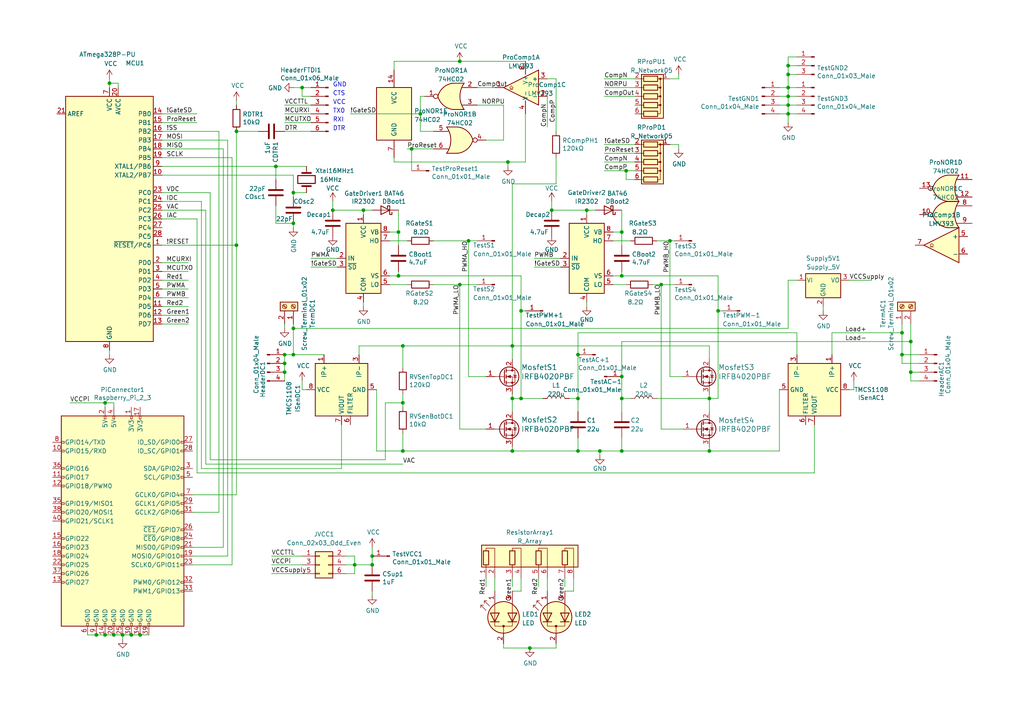
<source format=kicad_sch>
(kicad_sch (version 20230121) (generator eeschema)
  (paper "A4")
  (title_block (title "AtInverter") (rev "1"))
  (junction (at 96.52 60.96))
  (junction (at 85.09 102.87))
  (junction (at 153.67 187.96))
  (junction (at 181.61 49.53))
  (junction (at 191.77 82.55))
  (junction (at 116.84 100.33))
  (junction (at 180.34 80.01))
  (junction (at 133.35 17.78))
  (junction (at 68.58 71.12))
  (junction (at 105.41 60.96))
  (junction (at 116.84 116.84))
  (junction (at 264.16 107.95))
  (junction (at 228.6 19.05))
  (junction (at 82.55 105.41))
  (junction (at 119.38 43.18))
  (junction (at 228.6 33.02))
  (junction (at 208.28 90.17))
  (junction (at 135.89 69.85))
  (junction (at 85.09 95.25))
  (junction (at 38.1 184.15))
  (junction (at 148.59 130.81))
  (junction (at 107.95 161.29))
  (junction (at 85.09 55.88))
  (junction (at 151.13 115.57))
  (junction (at 173.99 130.81))
  (junction (at 151.13 90.17))
  (junction (at 115.57 67.31))
  (junction (at 167.64 102.87))
  (junction (at 33.02 184.15))
  (junction (at 107.95 163.83))
  (junction (at 102.87 163.83))
  (junction (at 82.55 102.87))
  (junction (at 133.35 82.55))
  (junction (at 228.6 30.48))
  (junction (at 85.09 64.77))
  (junction (at 228.6 25.4))
  (junction (at 160.02 60.96))
  (junction (at 180.34 130.81))
  (junction (at 80.01 48.26))
  (junction (at 148.59 100.33))
  (junction (at 116.84 130.81))
  (junction (at 205.74 115.57))
  (junction (at 30.48 184.15))
  (junction (at 264.16 99.06))
  (junction (at 228.6 21.59))
  (junction (at 261.62 102.87))
  (junction (at 87.63 25.4))
  (junction (at 115.57 80.01))
  (junction (at 205.74 130.81))
  (junction (at 68.58 38.1))
  (junction (at 180.34 67.31))
  (junction (at 180.34 115.57))
  (junction (at 170.18 60.96))
  (junction (at 167.64 115.57))
  (junction (at 261.62 96.52))
  (junction (at 31.75 24.13))
  (junction (at 121.92 33.02))
  (junction (at 35.56 184.15))
  (junction (at 180.34 109.22))
  (junction (at 27.94 184.15))
  (junction (at 30.48 116.84))
  (junction (at 148.59 115.57))
  (junction (at 147.32 46.99))
  (junction (at 167.64 130.81))
  (junction (at 82.55 107.95))
  (junction (at 194.31 69.85))
  (junction (at 228.6 27.94))
  (junction (at 40.64 184.15))
  (wire (pts (xy 184.15 52.07) (xy 181.61 52.07)))
  (wire (pts (xy 148.59 53.34) (xy 148.59 100.33)))
  (wire (pts (xy 226.06 113.03) (xy 226.06 130.81)))
  (wire (pts (xy 173.99 130.81) (xy 173.99 132.08)))
  (wire (pts (xy 228.6 27.94) (xy 231.14 27.94)))
  (wire (pts (xy 228.6 21.59) (xy 228.6 25.4)))
  (wire (pts (xy 85.09 50.8) (xy 85.09 55.88)))
  (wire (pts (xy 135.89 69.85) (xy 135.89 109.22)))
  (wire (pts (xy 60.96 55.88) (xy 46.99 55.88)))
  (wire (pts (xy 78.74 163.83) (xy 87.63 163.83)))
  (wire (pts (xy 82.55 35.56) (xy 90.17 35.56)))
  (wire (pts (xy 82.55 38.1) (xy 90.17 38.1)))
  (wire (pts (xy 116.84 100.33) (xy 148.59 100.33)))
  (wire (pts (xy 80.01 48.26) (xy 80.01 52.07)))
  (wire (pts (xy 34.29 25.4) (xy 34.29 24.13)))
  (wire (pts (xy 156.21 167.64) (xy 156.21 170.18)))
  (wire (pts (xy 55.88 148.59) (xy 63.5 148.59)))
  (wire (pts (xy 181.61 49.53) (xy 181.61 52.07)))
  (wire (pts (xy 264.16 107.95) (xy 264.16 110.49)))
  (wire (pts (xy 85.09 93.98) (xy 85.09 95.25)))
  (wire (pts (xy 175.26 46.99) (xy 184.15 46.99)))
  (wire (pts (xy 68.58 29.21) (xy 68.58 30.48)))
  (wire (pts (xy 208.28 115.57) (xy 205.74 115.57)))
  (wire (pts (xy 114.3 46.99) (xy 147.32 46.99)))
  (wire (pts (xy 102.87 163.83) (xy 107.95 163.83)))
  (wire (pts (xy 30.48 116.84) (xy 30.48 118.11)))
  (wire (pts (xy 31.75 102.87) (xy 31.75 101.6)))
  (wire (pts (xy 167.64 127) (xy 167.64 130.81)))
  (wire (pts (xy 58.42 135.89) (xy 99.06 135.89)))
  (wire (pts (xy 175.26 22.86) (xy 184.15 22.86)))
  (wire (pts (xy 46.99 93.98) (xy 54.61 93.98)))
  (wire (pts (xy 64.77 43.18) (xy 46.99 43.18)))
  (wire (pts (xy 228.6 33.02) (xy 231.14 33.02)))
  (wire (pts (xy 46.99 50.8) (xy 85.09 50.8)))
  (wire (pts (xy 90.17 27.94) (xy 87.63 27.94)))
  (wire (pts (xy 119.38 43.18) (xy 119.38 49.53)))
  (wire (pts (xy 195.58 69.85) (xy 194.31 69.85)))
  (wire (pts (xy 133.35 82.55) (xy 138.43 82.55)))
  (wire (pts (xy 231.14 16.51) (xy 228.6 16.51)))
  (wire (pts (xy 46.99 91.44) (xy 54.61 91.44)))
  (wire (pts (xy 148.59 129.54) (xy 148.59 130.81)))
  (wire (pts (xy 161.29 186.69) (xy 161.29 187.96)))
  (wire (pts (xy 27.94 184.15) (xy 30.48 184.15)))
  (wire (pts (xy 208.28 90.17) (xy 208.28 115.57)))
  (wire (pts (xy 107.95 171.45) (xy 107.95 172.72)))
  (wire (pts (xy 261.62 96.52) (xy 241.3 96.52)))
  (wire (pts (xy 208.28 90.17) (xy 209.55 90.17)))
  (wire (pts (xy 175.26 44.45) (xy 184.15 44.45)))
  (wire (pts (xy 228.6 81.28) (xy 228.6 95.25)))
  (wire (pts (xy 151.13 80.01) (xy 151.13 90.17)))
  (wire (pts (xy 114.3 17.78) (xy 133.35 17.78)))
  (wire (pts (xy 191.77 82.55) (xy 195.58 82.55)))
  (wire (pts (xy 46.99 71.12) (xy 68.58 71.12)))
  (wire (pts (xy 34.29 24.13) (xy 31.75 24.13)))
  (wire (pts (xy 115.57 67.31) (xy 115.57 60.96)))
  (wire (pts (xy 177.8 67.31) (xy 180.34 67.31)))
  (wire (pts (xy 87.63 113.03) (xy 88.9 113.03)))
  (wire (pts (xy 180.34 67.31) (xy 180.34 60.96)))
  (wire (pts (xy 175.26 27.94) (xy 184.15 27.94)))
  (wire (pts (xy 99.06 123.19) (xy 99.06 135.89)))
  (wire (pts (xy 151.13 167.64) (xy 151.13 171.45)))
  (wire (pts (xy 46.99 88.9) (xy 54.61 88.9)))
  (wire (pts (xy 82.55 102.87) (xy 85.09 102.87)))
  (wire (pts (xy 247.65 113.03) (xy 246.38 113.03)))
  (wire (pts (xy 80.01 48.26) (xy 88.9 48.26)))
  (wire (pts (xy 82.55 33.02) (xy 90.17 33.02)))
  (wire (pts (xy 154.94 77.47) (xy 162.56 77.47)))
  (wire (pts (xy 264.16 110.49) (xy 266.7 110.49)))
  (wire (pts (xy 205.74 114.3) (xy 205.74 115.57)))
  (wire (pts (xy 125.73 69.85) (xy 135.89 69.85)))
  (wire (pts (xy 111.76 116.84) (xy 116.84 116.84)))
  (wire (pts (xy 158.75 22.86) (xy 161.29 22.86)))
  (wire (pts (xy 105.41 60.96) (xy 107.95 60.96)))
  (wire (pts (xy 118.11 43.18) (xy 119.38 43.18)))
  (wire (pts (xy 261.62 96.52) (xy 261.62 102.87)))
  (wire (pts (xy 121.92 27.94) (xy 121.92 33.02)))
  (wire (pts (xy 55.88 163.83) (xy 67.31 163.83)))
  (wire (pts (xy 113.03 69.85) (xy 118.11 69.85)))
  (wire (pts (xy 228.6 25.4) (xy 228.6 27.94)))
  (wire (pts (xy 177.8 69.85) (xy 182.88 69.85)))
  (wire (pts (xy 85.09 55.88) (xy 88.9 55.88)))
  (wire (pts (xy 167.64 130.81) (xy 173.99 130.81)))
  (wire (pts (xy 191.77 82.55) (xy 191.77 124.46)))
  (wire (pts (xy 119.38 43.18) (xy 125.73 43.18)))
  (wire (pts (xy 80.01 64.77) (xy 85.09 64.77)))
  (wire (pts (xy 102.87 163.83) (xy 102.87 166.37)))
  (wire (pts (xy 189.23 82.55) (xy 191.77 82.55)))
  (wire (pts (xy 105.41 60.96) (xy 105.41 62.23)))
  (wire (pts (xy 105.41 88.9) (xy 105.41 87.63)))
  (wire (pts (xy 58.42 58.42) (xy 58.42 135.89)))
  (wire (pts (xy 107.95 161.29) (xy 107.95 158.75)))
  (wire (pts (xy 85.09 55.88) (xy 85.09 57.15)))
  (wire (pts (xy 133.35 82.55) (xy 133.35 124.46)))
  (wire (pts (xy 238.76 88.9) (xy 238.76 90.17)))
  (wire (pts (xy 228.6 30.48) (xy 228.6 33.02)))
  (wire (pts (xy 151.13 171.45) (xy 148.59 171.45)))
  (wire (pts (xy 31.75 24.13) (xy 31.75 25.4)))
  (wire (pts (xy 264.16 93.98) (xy 264.16 99.06)))
  (wire (pts (xy 66.04 161.29) (xy 66.04 40.64)))
  (wire (pts (xy 226.06 25.4) (xy 228.6 25.4)))
  (wire (pts (xy 104.14 100.33) (xy 116.84 100.33)))
  (wire (pts (xy 151.13 90.17) (xy 151.13 115.57)))
  (wire (pts (xy 205.74 129.54) (xy 205.74 130.81)))
  (wire (pts (xy 170.18 88.9) (xy 170.18 87.63)))
  (wire (pts (xy 85.09 95.25) (xy 85.09 102.87)))
  (wire (pts (xy 25.4 184.15) (xy 27.94 184.15)))
  (wire (pts (xy 261.62 102.87) (xy 266.7 102.87)))
  (wire (pts (xy 113.03 67.31) (xy 115.57 67.31)))
  (wire (pts (xy 205.74 130.81) (xy 226.06 130.81)))
  (wire (pts (xy 109.22 113.03) (xy 109.22 130.81)))
  (wire (pts (xy 90.17 30.48) (xy 82.55 30.48)))
  (wire (pts (xy 180.34 130.81) (xy 205.74 130.81)))
  (wire (pts (xy 148.59 100.33) (xy 148.59 104.14)))
  (wire (pts (xy 167.64 96.52) (xy 231.14 96.52)))
  (wire (pts (xy 82.55 102.87) (xy 82.55 105.41)))
  (wire (pts (xy 35.56 184.15) (xy 38.1 184.15)))
  (wire (pts (xy 181.61 49.53) (xy 184.15 49.53)))
  (wire (pts (xy 148.59 167.64) (xy 148.59 170.18)))
  (wire (pts (xy 226.06 30.48) (xy 228.6 30.48)))
  (wire (pts (xy 228.6 27.94) (xy 228.6 30.48)))
  (wire (pts (xy 31.75 22.86) (xy 31.75 24.13)))
  (wire (pts (xy 114.3 17.78) (xy 114.3 20.32)))
  (wire (pts (xy 46.99 86.36) (xy 54.61 86.36)))
  (wire (pts (xy 96.52 60.96) (xy 105.41 60.96)))
  (wire (pts (xy 55.88 158.75) (xy 64.77 158.75)))
  (wire (pts (xy 60.96 133.35) (xy 60.96 55.88)))
  (wire (pts (xy 228.6 33.02) (xy 228.6 35.56)))
  (wire (pts (xy 231.14 96.52) (xy 231.14 102.87)))
  (wire (pts (xy 40.64 184.15) (xy 43.18 184.15)))
  (wire (pts (xy 264.16 99.06) (xy 264.16 107.95)))
  (wire (pts (xy 241.3 96.52) (xy 241.3 102.87)))
  (wire (pts (xy 194.31 109.22) (xy 198.12 109.22)))
  (wire (pts (xy 148.59 130.81) (xy 167.64 130.81)))
  (wire (pts (xy 152.4 33.02) (xy 152.4 46.99)))
  (wire (pts (xy 135.89 69.85) (xy 138.43 69.85)))
  (wire (pts (xy 180.34 99.06) (xy 180.34 109.22)))
  (wire (pts (xy 46.99 33.02) (xy 57.15 33.02)))
  (wire (pts (xy 90.17 77.47) (xy 97.79 77.47)))
  (wire (pts (xy 68.58 38.1) (xy 68.58 71.12)))
  (wire (pts (xy 152.4 90.17) (xy 151.13 90.17)))
  (wire (pts (xy 90.17 25.4) (xy 87.63 25.4)))
  (wire (pts (xy 87.63 110.49) (xy 87.63 113.03)))
  (wire (pts (xy 194.31 69.85) (xy 194.31 109.22)))
  (wire (pts (xy 116.84 116.84) (xy 116.84 118.11)))
  (wire (pts (xy 116.84 125.73) (xy 116.84 130.81)))
  (wire (pts (xy 115.57 71.12) (xy 115.57 67.31)))
  (wire (pts (xy 173.99 130.81) (xy 180.34 130.81)))
  (wire (pts (xy 46.99 76.2) (xy 54.61 76.2)))
  (wire (pts (xy 113.03 82.55) (xy 118.11 82.55)))
  (wire (pts (xy 121.92 33.02) (xy 121.92 38.1)))
  (wire (pts (xy 104.14 100.33) (xy 104.14 102.87)))
  (wire (pts (xy 116.84 130.81) (xy 148.59 130.81)))
  (wire (pts (xy 116.84 100.33) (xy 116.84 106.68)))
  (wire (pts (xy 64.77 158.75) (xy 64.77 43.18)))
  (wire (pts (xy 60.96 133.35) (xy 111.76 133.35)))
  (wire (pts (xy 228.6 19.05) (xy 231.14 19.05)))
  (wire (pts (xy 146.05 30.48) (xy 146.05 40.64)))
  (wire (pts (xy 96.52 58.42) (xy 96.52 60.96)))
  (wire (pts (xy 264.16 107.95) (xy 266.7 107.95)))
  (wire (pts (xy 82.55 105.41) (xy 82.55 107.95)))
  (wire (pts (xy 158.75 167.64) (xy 158.75 171.45)))
  (wire (pts (xy 115.57 80.01) (xy 151.13 80.01)))
  (wire (pts (xy 68.58 71.12) (xy 68.58 143.51)))
  (wire (pts (xy 180.34 80.01) (xy 208.28 80.01)))
  (wire (pts (xy 66.04 40.64) (xy 46.99 40.64)))
  (wire (pts (xy 160.02 60.96) (xy 170.18 60.96)))
  (wire (pts (xy 161.29 53.34) (xy 148.59 53.34)))
  (wire (pts (xy 261.62 105.41) (xy 266.7 105.41)))
  (wire (pts (xy 175.26 25.4) (xy 184.15 25.4)))
  (wire (pts (xy 82.55 95.25) (xy 82.55 93.98)))
  (wire (pts (xy 67.31 45.72) (xy 46.99 45.72)))
  (wire (pts (xy 190.5 115.57) (xy 205.74 115.57)))
  (wire (pts (xy 123.19 27.94) (xy 121.92 27.94)))
  (wire (pts (xy 87.63 27.94) (xy 87.63 25.4)))
  (wire (pts (xy 236.22 123.19) (xy 236.22 137.16)))
  (wire (pts (xy 196.85 41.91) (xy 194.31 41.91)))
  (wire (pts (xy 175.26 49.53) (xy 181.61 49.53)))
  (wire (pts (xy 46.99 48.26) (xy 80.01 48.26)))
  (wire (pts (xy 46.99 58.42) (xy 58.42 58.42)))
  (wire (pts (xy 261.62 102.87) (xy 261.62 105.41)))
  (wire (pts (xy 82.55 107.95) (xy 82.55 110.49)))
  (wire (pts (xy 180.34 127) (xy 180.34 130.81)))
  (wire (pts (xy 55.88 161.29) (xy 66.04 161.29)))
  (wire (pts (xy 228.6 21.59) (xy 231.14 21.59)))
  (wire (pts (xy 170.18 60.96) (xy 170.18 62.23)))
  (wire (pts (xy 102.87 166.37) (xy 100.33 166.37)))
  (wire (pts (xy 148.59 115.57) (xy 151.13 115.57)))
  (wire (pts (xy 114.3 45.72) (xy 114.3 46.99)))
  (wire (pts (xy 166.37 167.64) (xy 166.37 171.45)))
  (wire (pts (xy 78.74 161.29) (xy 87.63 161.29)))
  (wire (pts (xy 67.31 163.83) (xy 67.31 45.72)))
  (wire (pts (xy 30.48 184.15) (xy 33.02 184.15)))
  (wire (pts (xy 59.69 134.62) (xy 59.69 60.96)))
  (wire (pts (xy 102.87 161.29) (xy 100.33 161.29)))
  (wire (pts (xy 46.99 81.28) (xy 54.61 81.28)))
  (wire (pts (xy 161.29 187.96) (xy 153.67 187.96)))
  (wire (pts (xy 33.02 116.84) (xy 33.02 118.11)))
  (wire (pts (xy 78.74 166.37) (xy 87.63 166.37)))
  (wire (pts (xy 226.06 27.94) (xy 228.6 27.94)))
  (wire (pts (xy 228.6 19.05) (xy 228.6 16.51)))
  (wire (pts (xy 80.01 59.69) (xy 80.01 64.77)))
  (wire (pts (xy 154.94 74.93) (xy 162.56 74.93)))
  (wire (pts (xy 85.09 64.77) (xy 85.09 66.04)))
  (wire (pts (xy 87.63 25.4) (xy 85.09 25.4)))
  (wire (pts (xy 57.15 63.5) (xy 57.15 137.16)))
  (wire (pts (xy 228.6 21.59) (xy 228.6 19.05)))
  (wire (pts (xy 101.6 33.02) (xy 121.92 33.02)))
  (wire (pts (xy 196.85 21.59) (xy 196.85 22.86)))
  (wire (pts (xy 191.77 124.46) (xy 198.12 124.46)))
  (wire (pts (xy 158.75 27.94) (xy 158.75 36.83)))
  (wire (pts (xy 148.59 114.3) (xy 148.59 115.57)))
  (wire (pts (xy 147.32 46.99) (xy 147.32 48.26)))
  (wire (pts (xy 180.34 119.38) (xy 180.34 115.57)))
  (wire (pts (xy 196.85 22.86) (xy 194.31 22.86)))
  (wire (pts (xy 133.35 17.78) (xy 152.4 17.78)))
  (wire (pts (xy 261.62 93.98) (xy 261.62 96.52)))
  (wire (pts (xy 57.15 63.5) (xy 46.99 63.5)))
  (wire (pts (xy 205.74 100.33) (xy 205.74 104.14)))
  (wire (pts (xy 125.73 82.55) (xy 133.35 82.55)))
  (wire (pts (xy 146.05 186.69) (xy 146.05 187.96)))
  (wire (pts (xy 135.89 109.22) (xy 140.97 109.22)))
  (wire (pts (xy 226.06 33.02) (xy 228.6 33.02)))
  (wire (pts (xy 20.32 116.84) (xy 30.48 116.84)))
  (wire (pts (xy 231.14 81.28) (xy 228.6 81.28)))
  (wire (pts (xy 180.34 78.74) (xy 180.34 80.01)))
  (wire (pts (xy 151.13 115.57) (xy 157.48 115.57)))
  (wire (pts (xy 180.34 115.57) (xy 182.88 115.57)))
  (wire (pts (xy 90.17 74.93) (xy 97.79 74.93)))
  (wire (pts (xy 190.5 69.85) (xy 194.31 69.85)))
  (wire (pts (xy 208.28 80.01) (xy 208.28 90.17)))
  (wire (pts (xy 46.99 78.74) (xy 54.61 78.74)))
  (wire (pts (xy 46.99 35.56) (xy 57.15 35.56)))
  (wire (pts (xy 264.16 99.06) (xy 180.34 99.06)))
  (wire (pts (xy 163.83 167.64) (xy 163.83 170.18)))
  (wire (pts (xy 30.48 116.84) (xy 33.02 116.84)))
  (wire (pts (xy 33.02 184.15) (xy 35.56 184.15)))
  (wire (pts (xy 147.32 46.99) (xy 152.4 46.99)))
  (wire (pts (xy 167.64 96.52) (xy 167.64 102.87)))
  (wire (pts (xy 228.6 30.48) (xy 231.14 30.48)))
  (wire (pts (xy 35.56 184.15) (xy 35.56 185.42)))
  (wire (pts (xy 46.99 83.82) (xy 54.61 83.82)))
  (wire (pts (xy 121.92 38.1) (xy 125.73 38.1)))
  (wire (pts (xy 205.74 115.57) (xy 205.74 119.38)))
  (wire (pts (xy 180.34 67.31) (xy 180.34 71.12)))
  (wire (pts (xy 46.99 60.96) (xy 59.69 60.96)))
  (wire (pts (xy 55.88 143.51) (xy 68.58 143.51)))
  (wire (pts (xy 109.22 130.81) (xy 116.84 130.81)))
  (wire (pts (xy 146.05 40.64) (xy 140.97 40.64)))
  (wire (pts (xy 146.05 187.96) (xy 153.67 187.96)))
  (wire (pts (xy 115.57 78.74) (xy 115.57 80.01)))
  (wire (pts (xy 196.85 41.91) (xy 196.85 43.18)))
  (wire (pts (xy 133.35 124.46) (xy 140.97 124.46)))
  (wire (pts (xy 177.8 80.01) (xy 180.34 80.01)))
  (wire (pts (xy 175.26 41.91) (xy 184.15 41.91)))
  (wire (pts (xy 138.43 25.4) (xy 143.51 25.4)))
  (wire (pts (xy 63.5 38.1) (xy 63.5 148.59)))
  (wire (pts (xy 180.34 109.22) (xy 180.34 115.57)))
  (wire (pts (xy 228.6 25.4) (xy 231.14 25.4)))
  (wire (pts (xy 161.29 22.86) (xy 161.29 38.1)))
  (wire (pts (xy 140.97 167.64) (xy 140.97 170.18)))
  (wire (pts (xy 148.59 100.33) (xy 205.74 100.33)))
  (wire (pts (xy 100.33 163.83) (xy 102.87 163.83)))
  (wire (pts (xy 143.51 167.64) (xy 143.51 171.45)))
  (wire (pts (xy 138.43 30.48) (xy 146.05 30.48)))
  (wire (pts (xy 166.37 171.45) (xy 163.83 171.45)))
  (wire (pts (xy 148.59 115.57) (xy 148.59 119.38)))
  (wire (pts (xy 161.29 45.72) (xy 161.29 53.34)))
  (wire (pts (xy 107.95 161.29) (xy 107.95 163.83)))
  (wire (pts (xy 177.8 82.55) (xy 181.61 82.55)))
  (wire (pts (xy 102.87 163.83) (xy 102.87 161.29)))
  (wire (pts (xy 38.1 184.15) (xy 40.64 184.15)))
  (wire (pts (xy 85.09 102.87) (xy 93.98 102.87)))
  (wire (pts (xy 167.64 115.57) (xy 167.64 119.38)))
  (wire (pts (xy 170.18 60.96) (xy 172.72 60.96)))
  (wire (pts (xy 113.03 80.01) (xy 115.57 80.01)))
  (wire (pts (xy 59.69 134.62) (xy 116.84 134.62)))
  (wire (pts (xy 116.84 114.3) (xy 116.84 116.84)))
  (wire (pts (xy 167.64 102.87) (xy 167.64 115.57)))
  (wire (pts (xy 165.1 115.57) (xy 167.64 115.57)))
  (wire (pts (xy 111.76 116.84) (xy 111.76 133.35)))
  (wire (pts (xy 246.38 81.28) (xy 252.73 81.28)))
  (wire (pts (xy 247.65 110.49) (xy 247.65 113.03)))
  (wire (pts (xy 160.02 58.42) (xy 160.02 60.96)))
  (wire (pts (xy 85.09 95.25) (xy 228.6 95.25)))
  (wire (pts (xy 57.15 137.16) (xy 236.22 137.16)))
  (wire (pts (xy 68.58 38.1) (xy 74.93 38.1)))
  (wire (pts (xy 46.99 38.1) (xy 63.5 38.1)))
  (text "RXI" (at 96.52 35.56 0) (effects (font (size 1.27 1.27)) (justify left bottom)))
  (text "GND" (at 96.52 25.4 0) (effects (font (size 1.27 1.27)) (justify left bottom)))
  (text "VCC" (at 96.52 30.48 0) (effects (font (size 1.27 1.27)) (justify left bottom)))
  (text "TX0" (at 96.52 33.02 0) (effects (font (size 1.27 1.27)) (justify left bottom)))
  (text "DTR" (at 96.52 38.1 0) (effects (font (size 1.27 1.27)) (justify left bottom)))
  (text "CTS" (at 96.52 27.94 0) (effects (font (size 1.27 1.27)) (justify left bottom)))
  (label "VCCPi" (at 20.32 116.84 0))
  (label "DTR" (at 82.55 38.1 0))
  (label "PWMA" (at 48.26 83.82 0))
  (label "VCCSupply" (at 246.38 81.28 0))
  (label "Red2" (at 156.21 167.64 270))
  (label "NORPU" (at 175.26 25.4 0))
  (label "CompN" (at 175.26 22.86 0))
  (label "CompN" (at 158.75 36.83 90))
  (label "Load-" (at 245.11 99.06 0))
  (label "VCCSupply" (at 78.74 166.37 0))
  (label "Green2" (at 163.83 167.64 270))
  (label "Red1" (at 48.26 81.28 0))
  (label "PWMA" (at 90.17 74.93 0))
  (label "PWMB" (at 48.26 86.36 0))
  (label "MCURXI" (at 82.55 33.02 0))
  (label "Load+" (at 245.11 96.52 0))
  (label "PWMB_LO" (at 191.77 91.44 90))
  (label "VCCPi" (at 78.74 163.83 0))
  (label "PWMB_HO" (at 194.31 69.85 270))
  (label "ProReset" (at 175.26 44.45 0))
  (label "NORPU" (at 139.7 30.48 0))
  (label "ProReset" (at 118.11 43.18 0))
  (label "PWMA_HO" (at 135.89 69.85 270))
  (label "Red1" (at 140.97 167.64 270))
  (label "MCUTXO" (at 82.55 35.56 0))
  (label "Green2" (at 48.26 93.98 0))
  (label "VAC" (at 48.26 60.96 0))
  (label "SCLK" (at 48.26 45.72 0))
  (label "!RESET" (at 48.26 71.12 0))
  (label "!GateSD" (at 175.26 41.91 0))
  (label "IAC" (at 48.26 63.5 0))
  (label "Green1" (at 48.26 91.44 0))
  (label "CompN" (at 175.26 46.99 0))
  (label "!GateSD" (at 154.94 77.47 0))
  (label "CompOut" (at 175.26 27.94 0))
  (label "MCUTXO" (at 48.26 78.74 0))
  (label "MCURXI" (at 48.26 76.2 0))
  (label "ProReset" (at 48.26 35.56 0))
  (label "IDC" (at 48.26 58.42 0))
  (label "CompP" (at 161.29 35.56 90))
  (label "CompOut" (at 138.43 25.4 0))
  (label "!GateSD" (at 48.26 33.02 0))
  (label "PWMB" (at 154.94 74.93 0))
  (label "PWMA_LO" (at 133.35 82.55 270))
  (label "Green1" (at 148.59 167.64 270))
  (label "MOSI" (at 48.26 40.64 0))
  (label "CompP" (at 175.26 49.53 0))
  (label "!GateSD" (at 90.17 77.47 0))
  (label "!GateSD" (at 101.6 33.02 0))
  (label "VAC" (at 116.84 134.62 0))
  (label "VDC" (at 48.26 55.88 0))
  (label "Red2" (at 48.26 88.9 0))
  (label "VCCTTL" (at 78.74 161.29 0))
  (label "!SS" (at 48.26 38.1 0))
  (label "VCCTTL" (at 82.55 30.48 0))
  (label "MISO" (at 48.26 43.18 0))
  (symbol (lib_id "MCU_Microchip_ATmega:ATmega328P-P") (at 31.75 63.5 0) (unit 1)
    (property "Reference" "MCU1" (at 41.91 19.05 0) (effects (justify right bottom)))
    (property "Value" "ATmega328P-PU" (at 39.37 16.51 0) (effects (justify right bottom)))
    (property "Footprint" "Package_DIP:DIP-28_W7.62mm" (effects hide))
    (property "Datasheet" "http://ww1.microchip.com/downloads/en/DeviceDoc/ATmega328_P%20AVR%20MCU%20with%20picoPower%20Technology%20Data%20Sheet%2040001984A.pdf" (effects hide))
  )
  (symbol (lib_id "Driver_FET:IR2302") (at 105.41 74.93 0) (unit 1)
    (property "Reference" "GateDriver1" (at 105.41 56.1086 0))
    (property "Value" "IR2302" (at 105.41 58.42 0))
    (property "Footprint" "Package_DIP:DIP-8_W7.62mm_LongPads" (effects hide))
    (property "Datasheet" "https://www.infineon.com/dgdl/ir2302.pdf?fileId=5546d462533600a4015355c988b216de" (effects hide))
  )
  (symbol (lib_id "Diode:BAT46") (at 111.76 60.96 180) (unit 1)
    (property "Reference" "DBoot1" (at 114.3 58.42 0))
    (property "Value" "BAT46" (at 114.3 56.1086 0))
    (property "Footprint" "Diode_THT:D_DO-35_SOD27_P7.62mm_Horizontal" (effects hide))
    (property "Datasheet" "http://www.vishay.com/docs/85662/bat46.pdf" (effects hide))
  )
  (symbol (lib_id "Connector:Raspberry_Pi_2_3") (at 35.56 151.13 0) (unit 1)
    (property "Reference" "PiConnector1" (at 35.56 113.03 0))
    (property "Value" "Raspberry_Pi_2_3" (at 35.56 115.3414 0))
    (property "Footprint" "Atverter_vE:Raspberry_Pi_Zero_and_Four" (effects hide))
    (property "Datasheet" "https://www.raspberrypi.org/documentation/hardware/raspberrypi/schematics/rpi_SCH_3bplus_1p0_reduced.pdf" (effects hide))
  )
  (symbol (lib_id "Regulator_Linear:LM7805_TO220") (at 238.76 81.28 0) (unit 1)
    (property "Reference" "Supply5V1" (at 238.76 74.93 0))
    (property "Value" "Supply_5V" (at 238.76 77.47 0))
    (property "Footprint" "Atinverter_vE:SupplyDC_48V-5V_TO-220-3_Vertical" (effects hide))
    (property "Datasheet" "https://www.onsemi.cn/PowerSolutions/document/MC7800-D.PDF" (effects hide))
  )
  (symbol (lib_id "Device:C") (at 115.57 74.93 0) (unit 1)
    (property "Reference" "CBoot1" (at 118.491 73.7616 0) (effects (justify left)))
    (property "Value" "4.7uF" (at 118.491 76.073 0) (effects (justify left)))
    (property "Footprint" "Capacitor_THT:C_Rect_L7.2mm_W3.5mm_P5.00mm_FKS2_FKP2_MKS2_MKP2" (effects hide))
  )
  (symbol (lib_id "Device:C") (at 107.95 167.64 0) (unit 1)
    (property "Reference" "CSup1" (at 110.871 166.4716 0) (effects (justify left)))
    (property "Value" "1uF" (at 110.871 168.783 0) (effects (justify left)))
    (property "Footprint" "Capacitor_THT:C_Rect_L7.2mm_W3.5mm_P5.00mm_FKS2_FKP2_MKS2_MKP2" (effects hide))
  )
  (symbol (lib_id "Sensor_Current:ACS724xLCTR-10AB") (at 99.06 113.03 90) (mirror x) (unit 1)
    (property "Reference" "ISenDC1" (at 86.36 115.57 0))
    (property "Value" "TMCS1108" (at 83.82 115.57 0))
    (property "Footprint" "Atinverter_vE:SOIC-8_3.9x4.9mm_P1.27mm" (effects hide))
    (property "Datasheet" "http://www.allegromicro.com/~/media/Files/Datasheets/ACS724-Datasheet.ashx?la=en" (effects hide))
  )
  (symbol (lib_id "Sensor_Current:ACS724xLCTR-10AB") (at 236.22 113.03 270) (unit 1)
    (property "Reference" "ISenAC1" (at 252.73 115.3414 90))
    (property "Value" "TMCS1108" (at 252.73 113.03 90))
    (property "Footprint" "Atinverter_vE:SOIC-8_3.9x4.9mm_P1.27mm" (effects hide))
    (property "Datasheet" "http://www.allegromicro.com/~/media/Files/Datasheets/ACS724-Datasheet.ashx?la=en" (effects hide))
  )
  (symbol (lib_id "Device:C") (at 78.74 38.1 270) (unit 1)
    (property "Reference" "CDTR1" (at 79.9084 41.021 0) (effects (justify left)))
    (property "Value" "1uF" (at 77.597 41.021 0) (effects (justify left)))
    (property "Footprint" "Capacitor_THT:C_Rect_L7.2mm_W3.5mm_P5.00mm_FKS2_FKP2_MKS2_MKP2" (effects hide))
  )
  (symbol (lib_id "Device:R") (at 68.58 34.29 0) (unit 1)
    (property "Reference" "RDTR1" (at 70.358 33.1216 0) (effects (justify left)))
    (property "Value" "10kΩ" (at 70.358 35.433 0) (effects (justify left)))
    (property "Footprint" "Resistor_THT:R_Axial_DIN0207_L6.3mm_D2.5mm_P7.62mm_Horizontal" (effects hide))
  )
  (symbol (lib_id "power:VCC") (at 107.95 158.75 0) (unit 1)
    (property "Reference" "#PWR012" (effects hide))
    (property "Value" "VCC" (at 108.331 154.3558 0))
  )
  (symbol (lib_id "power:VCC") (at 96.52 58.42 0) (unit 1)
    (property "Reference" "#PWR09" (effects hide))
    (property "Value" "VCC" (at 96.52 54.61 0))
  )
  (symbol (lib_id "power:VCC") (at 87.63 110.49 0) (unit 1)
    (property "Reference" "#PWR08" (effects hide))
    (property "Value" "VCC" (at 88.011 106.0958 0))
  )
  (symbol (lib_id "power:VCC") (at 31.75 22.86 0) (unit 1)
    (property "Reference" "#PWR01" (effects hide))
    (property "Value" "VCC" (at 32.131 18.4658 0))
  )
  (symbol (lib_id "power:GND") (at 238.76 90.17 0) (unit 1)
    (property "Reference" "#PWR025" (effects hide))
    (property "Value" "GND" (at 238.887 94.5642 0))
  )
  (symbol (lib_id "power:GND") (at 105.41 88.9 0) (unit 1)
    (property "Reference" "#PWR011" (effects hide))
    (property "Value" "GND" (at 105.537 93.2942 0))
  )
  (symbol (lib_id "power:GND") (at 31.75 102.87 0) (unit 1)
    (property "Reference" "#PWR02" (effects hide))
    (property "Value" "GND" (at 31.877 107.2642 0))
  )
  (symbol (lib_id "power:GND") (at 35.56 185.42 0) (unit 1)
    (property "Reference" "#PWR03" (effects hide))
    (property "Value" "GND" (at 35.687 189.8142 0))
  )
  (symbol (lib_id "Connector:Conn_01x06_Male") (at 95.25 30.48 0) (mirror y) (unit 1)
    (property "Reference" "HeaderFTDI1" (at 81.28 20.32 0) (effects (justify right)))
    (property "Value" "Conn_01x06_Male" (at 81.28 22.6314 0) (effects (justify right)))
    (property "Footprint" "Atinverter_vE:FTDI_USB_TTL_Header" (effects hide))
  )
  (symbol (lib_id "power:GND") (at 85.09 25.4 270) (unit 1)
    (property "Reference" "#PWR06" (effects hide))
    (property "Value" "GND" (at 81.8388 25.527 90) (effects (justify right)))
  )
  (symbol (lib_id "power:VCC") (at 68.58 29.21 0) (unit 1)
    (property "Reference" "#PWR04" (effects hide))
    (property "Value" "VCC" (at 68.961 24.8158 0))
  )
  (symbol (lib_id "Connector:Screw_Terminal_01x02") (at 85.09 88.9 270) (mirror x) (unit 1)
    (property "Reference" "TermDC1" (at 90.6018 90.9828 0))
    (property "Value" "Screw_Terminal_01x02" (at 88.2904 90.9828 0))
    (property "Footprint" "Atverter_vE:Term_Block_1x2_P5mm" (effects hide))
  )
  (symbol (lib_id "power:GND") (at 82.55 95.25 0) (unit 1)
    (property "Reference" "#PWR05" (effects hide))
    (property "Value" "GND" (at 82.677 99.6442 0))
  )
  (symbol (lib_id "Connector:Screw_Terminal_01x02") (at 261.62 88.9 90) (unit 1)
    (property "Reference" "TermAC1" (at 256.1082 90.9828 0))
    (property "Value" "Screw_Terminal_01x02" (at 258.4196 90.9828 0))
    (property "Footprint" "Atverter_vE:Term_Block_1x2_P5mm" (effects hide))
  )
  (symbol (lib_id "power:GND") (at 228.6 35.56 0) (unit 1)
    (property "Reference" "#PWR024" (effects hide))
    (property "Value" "GND" (at 228.727 39.9542 0))
  )
  (symbol (lib_id "Connector:Conn_01x04_Male") (at 77.47 105.41 0) (unit 1)
    (property "Reference" "HeaderDC1" (at 76.2 104.775 90) (effects (justify right)))
    (property "Value" "Conn_01x04_Male" (at 74.295 97.155 90) (effects (justify right)))
    (property "Footprint" "Connector_PinHeader_2.54mm:PinHeader_1x04_P2.54mm_Vertical" (effects hide))
  )
  (symbol (lib_id "Connector:Conn_01x04_Male") (at 271.78 105.41 0) (mirror y) (unit 1)
    (property "Reference" "HeaderAC1" (at 273.05 104.775 90) (effects (justify right)))
    (property "Value" "Conn_01x04_Male" (at 274.955 97.155 90) (effects (justify right)))
    (property "Footprint" "Connector_PinHeader_2.54mm:PinHeader_1x04_P2.54mm_Vertical" (effects hide))
  )
  (symbol (lib_id "Connector:Conn_01x01_Male") (at 143.51 69.85 0) (mirror y) (unit 1)
    (property "Reference" "TestS1" (at 137.16 71.12 0) (effects (justify right)))
    (property "Value" "Conn_01x01_Male" (at 137.16 73.66 0) (effects (justify right)))
    (property "Footprint" "Connector_PinHeader_2.54mm:PinHeader_1x01_P2.54mm_Vertical" (effects hide))
  )
  (symbol (lib_id "power:GND") (at 107.95 172.72 0) (unit 1)
    (property "Reference" "#PWR013" (effects hide))
    (property "Value" "GND" (at 108.077 177.1142 0))
  )
  (symbol (lib_id "Comparator:LMV393") (at 151.13 25.4 0) (mirror y) (unit 1)
    (property "Reference" "ProComp1" (at 151.13 16.6202 0))
    (property "Value" "LMV393" (at 151.13 19.1571 0))
    (property "Footprint" "Package_DIP:DIP-8_W7.62mm_LongPads" (effects hide))
    (property "Datasheet" "http://www.ti.com/lit/ds/symlink/lmv331.pdf" (effects hide))
  )
  (symbol (lib_id "Device:C") (at 180.34 74.93 0) (unit 1)
    (property "Reference" "CBoot2" (at 183.261 73.7616 0) (effects (justify left)))
    (property "Value" "4.7uF" (at 183.261 76.073 0) (effects (justify left)))
    (property "Footprint" "Capacitor_THT:C_Rect_L7.2mm_W3.5mm_P5.00mm_FKS2_FKP2_MKS2_MKP2" (effects hide))
  )
  (symbol (lib_id "Connector:Conn_01x01_Male") (at 214.63 90.17 0) (mirror y) (unit 1)
    (property "Reference" "TestPWM-1" (at 209.55 91.44 0) (effects (justify right)))
    (property "Value" "Conn_01x01_Male" (at 209.55 93.98 0) (effects (justify right)))
    (property "Footprint" "Connector_PinHeader_2.54mm:PinHeader_1x01_P2.54mm_Vertical" (effects hide))
  )
  (symbol (lib_id "Transistor_FET:IRF540N") (at 146.05 109.22 0) (unit 1)
    (property "Reference" "MosfetS1" (at 151.13 106.5276 0) (effects (font (size 1.524 1.524)) (justify left)))
    (property "Value" "IRFB4020PBF" (at 151.13 109.22 0) (effects (font (size 1.524 1.524)) (justify left)))
    (property "Footprint" "Package_TO_SOT_THT:TO-220-3_Vertical" (effects hide))
    (property "Datasheet" "http://www.irf.com/product-info/datasheets/data/irf540n.pdf" (effects hide))
    (property "Digi-Key_PN" "IRF540NPBF-ND" (effects hide))
    (property "MPN" "IRF540NPBF" (effects hide))
    (property "Category" "Discrete Semiconductor Products" (effects hide))
    (property "Family" "Transistors - FETs, MOSFETs - Single" (effects hide))
    (property "DK_Datasheet_Link" "https://www.infineon.com/dgdl/irf540npbf.pdf?fileId=5546d462533600a4015355e39f0d19a1" (effects hide))
    (property "DK_Detail_Page" "/product-detail/en/infineon-technologies/IRF540NPBF/IRF540NPBF-ND/811869" (effects hide))
    (property "Description" "MOSFET N-CH 100V 33A TO-220AB" (effects hide))
    (property "Manufacturer" "Infineon Technologies" (effects hide))
    (property "Status" "Active" (effects hide))
  )
  (symbol (lib_id "power:VCC") (at 160.02 58.42 0) (unit 1)
    (property "Reference" "#PWR017" (effects hide))
    (property "Value" "VCC" (at 160.02 54.61 0))
  )
  (symbol (lib_id "Transistor_FET:IRF540N") (at 203.2 109.22 0) (unit 1)
    (property "Reference" "MosfetS3" (at 208.28 106.5276 0) (effects (font (size 1.524 1.524)) (justify left)))
    (property "Value" "IRFB4020PBF" (at 208.28 109.22 0) (effects (font (size 1.524 1.524)) (justify left)))
    (property "Footprint" "Package_TO_SOT_THT:TO-220-3_Vertical" (effects hide))
    (property "Datasheet" "http://www.irf.com/product-info/datasheets/data/irf540n.pdf" (effects hide))
    (property "Digi-Key_PN" "IRF540NPBF-ND" (effects hide))
    (property "MPN" "IRF540NPBF" (effects hide))
    (property "Category" "Discrete Semiconductor Products" (effects hide))
    (property "Family" "Transistors - FETs, MOSFETs - Single" (effects hide))
    (property "DK_Datasheet_Link" "https://www.infineon.com/dgdl/irf540npbf.pdf?fileId=5546d462533600a4015355e39f0d19a1" (effects hide))
    (property "DK_Detail_Page" "/product-detail/en/infineon-technologies/IRF540NPBF/IRF540NPBF-ND/811869" (effects hide))
    (property "Description" "MOSFET N-CH 100V 33A TO-220AB" (effects hide))
    (property "Manufacturer" "Infineon Technologies" (effects hide))
    (property "Status" "Active" (effects hide))
  )
  (symbol (lib_id "Device:C") (at 80.01 55.88 180) (unit 1)
    (property "Reference" "COsc1" (at 77.089 57.0484 0) (effects (justify left)))
    (property "Value" "22pF" (at 77.089 54.737 0) (effects (justify left)))
    (property "Footprint" "Capacitor_THT:C_Rect_L7.2mm_W3.5mm_P5.00mm_FKS2_FKP2_MKS2_MKP2" (effects hide))
  )
  (symbol (lib_id "Device:R_Pack04_SIP") (at 153.67 162.56 0) (unit 1)
    (property "Reference" "ResistorArray1" (at 153.67 154.4152 0))
    (property "Value" "R_Array" (at 153.67 156.9521 0))
    (property "Footprint" "Resistor_THT:R_Array_SIP8" (effects hide))
    (property "Datasheet" "http://www.vishay.com/docs/31509/csc.pdf" (effects hide))
  )
  (symbol (lib_id "Connector:Conn_01x01_Male") (at 113.03 161.29 0) (mirror y) (unit 1)
    (property "Reference" "TestVCC1" (at 113.7412 160.6804 0) (effects (justify right)))
    (property "Value" "Conn_01x01_Male" (at 113.7412 162.9918 0) (effects (justify right)))
    (property "Footprint" "Connector_PinHeader_2.54mm:PinHeader_1x01_P2.54mm_Vertical" (effects hide))
  )
  (symbol (lib_id "Device:R") (at 121.92 69.85 90) (unit 1)
    (property "Reference" "RGateS1" (at 125.73 64.77 90) (effects (justify left)))
    (property "Value" "8.2Ω" (at 124.46 67.31 90) (effects (justify left)))
    (property "Footprint" "Resistor_THT:R_Axial_DIN0207_L6.3mm_D2.5mm_P7.62mm_Horizontal" (effects hide))
  )
  (symbol (lib_id "power:VCC") (at 247.65 110.49 0) (unit 1)
    (property "Reference" "#PWR023" (effects hide))
    (property "Value" "VCC" (at 248.031 106.0958 0))
  )
  (symbol (lib_id "power:VCC") (at 133.35 17.78 0) (unit 1)
    (property "Reference" "#PWR014" (effects hide))
    (property "Value" "VCC" (at 133.731 13.3858 0))
  )
  (symbol (lib_id "Device:R_Network05") (at 189.23 46.99 270) (unit 1)
    (property "Reference" "RProPD1" (at 188.976 36.9402 90))
    (property "Value" "R_Network05" (at 188.976 39.4771 90))
    (property "Footprint" "Resistor_THT:R_Array_SIP6" (effects hide))
    (property "Datasheet" "http://www.vishay.com/docs/31509/csc.pdf" (effects hide))
  )
  (symbol (lib_id "Device:R_Network05") (at 189.23 27.94 270) (unit 1)
    (property "Reference" "RProPU1" (at 188.976 17.8902 90))
    (property "Value" "R_Network05" (at 188.976 20.4271 90))
    (property "Footprint" "Resistor_THT:R_Array_SIP6" (effects hide))
    (property "Datasheet" "http://www.vishay.com/docs/31509/csc.pdf" (effects hide))
  )
  (symbol (lib_id "Connector:Conn_01x04_Male") (at 220.98 27.94 0) (unit 1)
    (property "Reference" "TestGND1" (at 220.2688 28.6004 0) (effects (justify right)))
    (property "Value" "Conn_01x04_Male" (at 220.2688 30.9118 0) (effects (justify right)))
    (property "Footprint" "Connector_PinHeader_2.54mm:PinHeader_1x04_P2.54mm_Vertical" (effects hide))
  )
  (symbol (lib_id "power:GND") (at 85.09 66.04 0) (unit 1)
    (property "Reference" "#PWR07" (effects hide))
    (property "Value" "GND" (at 85.217 69.2912 90) (effects (justify right)))
  )
  (symbol (lib_id "power:GND") (at 196.85 43.18 0) (unit 1)
    (property "Reference" "#PWR022" (effects hide))
    (property "Value" "GND" (at 196.977 47.5742 0))
  )
  (symbol (lib_id "power:GND") (at 160.02 68.58 0) (unit 1)
    (property "Reference" "#PWR018" (effects hide))
    (property "Value" "GND" (at 160.02 72.39 0))
  )
  (symbol (lib_id "power:GND") (at 96.52 68.58 0) (unit 1)
    (property "Reference" "#PWR010" (effects hide))
    (property "Value" "GND" (at 96.52 72.39 0))
  )
  (symbol (lib_id "Device:LED_Dual_AKA") (at 161.29 179.07 90) (unit 1)
    (property "Reference" "LED2" (at 166.624 178.1718 90) (effects (justify right)))
    (property "Value" "LED" (at 166.624 180.7087 90) (effects (justify right)))
    (property "Footprint" "Atinverter_vE:LED_3pin_P2.54mm" (effects hide))
  )
  (symbol (lib_id "Connector:Conn_01x01_Male") (at 157.48 90.17 0) (mirror y) (unit 1)
    (property "Reference" "TestPWM+1" (at 152.4 91.44 0) (effects (justify right)))
    (property "Value" "Conn_01x01_Male" (at 152.4 93.98 0) (effects (justify right)))
    (property "Footprint" "Connector_PinHeader_2.54mm:PinHeader_1x01_P2.54mm_Vertical" (effects hide))
  )
  (symbol (lib_id "power:VCC") (at 196.85 21.59 0) (unit 1)
    (property "Reference" "#PWR021" (effects hide))
    (property "Value" "VCC" (at 197.231 17.1958 0))
  )
  (symbol (lib_id "74xx:74HC02") (at 274.32 62.23 0) (mirror y) (unit 3)
    (property "Reference" "ProNOR1" (at 274.32 54.7202 0))
    (property "Value" "74HC02" (at 274.32 57.2571 0))
    (property "Footprint" "Package_DIP:DIP-14_W7.62mm_LongPads" (effects hide))
    (property "Datasheet" "http://www.ti.com/lit/gpn/sn74hc02" (effects hide))
  )
  (symbol (lib_id "Device:Crystal") (at 88.9 52.07 90) (unit 1)
    (property "Reference" "Xtal16MHz1" (at 91.44 49.53 90) (effects (justify right)))
    (property "Value" "16MHz" (at 92.71 52.07 90) (effects (justify right)))
    (property "Footprint" "Crystal:Resonator-2Pin_W10.0mm_H5.0mm" (effects hide))
  )
  (symbol (lib_id "Connector:Conn_01x01_Male") (at 200.66 69.85 0) (mirror y) (unit 1)
    (property "Reference" "TestS3" (at 195.58 71.3486 0) (effects (justify right)))
    (property "Value" "Conn_01x01_Male" (at 195.58 73.66 0) (effects (justify right)))
    (property "Footprint" "Connector_PinHeader_2.54mm:PinHeader_1x01_P2.54mm_Vertical" (effects hide))
  )
  (symbol (lib_id "Connector:Conn_01x01_Male") (at 175.26 109.22 0) (unit 1)
    (property "Reference" "TestAC-1" (at 180.34 110.7186 0) (effects (justify right)))
    (property "Value" "Conn_01x01_Male" (at 180.34 113.03 0) (effects (justify right)))
    (property "Footprint" "Connector_PinHeader_2.54mm:PinHeader_1x01_P2.54mm_Vertical" (effects hide))
  )
  (symbol (lib_id "Device:C") (at 167.64 123.19 0) (unit 1)
    (property "Reference" "C1" (at 170.18 121.92 0) (effects (justify left)))
    (property "Value" "22u" (at 170.18 124.46 0) (effects (justify left)))
    (property "Footprint" "Atinverter_vE:CAP_BX_10x16_RUB" (effects hide))
  )
  (symbol (lib_id "Connector:Conn_01x01_Male") (at 143.51 82.55 0) (mirror y) (unit 1)
    (property "Reference" "TestS2" (at 137.16 83.82 0) (effects (justify right)))
    (property "Value" "Conn_01x01_Male" (at 137.16 86.36 0) (effects (justify right)))
    (property "Footprint" "Connector_PinHeader_2.54mm:PinHeader_1x01_P2.54mm_Vertical" (effects hide))
  )
  (symbol (lib_id "Device:C") (at 96.52 64.77 0) (unit 1)
    (property "Reference" "Decap1" (at 88.9 62.23 0) (effects (justify left)))
    (property "Value" "4.7uF" (at 90.17 67.31 0) (effects (justify left)))
    (property "Footprint" "Atverter_vE:CAP_FG28_TDK" (effects hide))
  )
  (symbol (lib_id "Transistor_FET:IRF540N") (at 203.2 124.46 0) (unit 1)
    (property "Reference" "MosfetS4" (at 208.28 121.92 0) (effects (font (size 1.524 1.524)) (justify left)))
    (property "Value" "IRFB4020PBF" (at 208.28 124.46 0) (effects (font (size 1.524 1.524)) (justify left)))
    (property "Footprint" "Package_TO_SOT_THT:TO-220-3_Vertical" (effects hide))
    (property "Datasheet" "http://www.irf.com/product-info/datasheets/data/irf540n.pdf" (effects hide))
    (property "Digi-Key_PN" "IRF540NPBF-ND" (effects hide))
    (property "MPN" "IRF540NPBF" (effects hide))
    (property "Category" "Discrete Semiconductor Products" (effects hide))
    (property "Family" "Transistors - FETs, MOSFETs - Single" (effects hide))
    (property "DK_Datasheet_Link" "https://www.infineon.com/dgdl/irf540npbf.pdf?fileId=5546d462533600a4015355e39f0d19a1" (effects hide))
    (property "DK_Detail_Page" "/product-detail/en/infineon-technologies/IRF540NPBF/IRF540NPBF-ND/811869" (effects hide))
    (property "Description" "MOSFET N-CH 100V 33A TO-220AB" (effects hide))
    (property "Manufacturer" "Infineon Technologies" (effects hide))
    (property "Status" "Active" (effects hide))
  )
  (symbol (lib_id "Connector:Conn_01x01_Male") (at 124.46 49.53 0) (mirror y) (unit 1)
    (property "Reference" "TestProReset1" (at 125.1712 48.9204 0) (effects (justify right)))
    (property "Value" "Conn_01x01_Male" (at 125.1712 51.2318 0) (effects (justify right)))
    (property "Footprint" "Connector_PinHeader_2.54mm:PinHeader_1x01_P2.54mm_Vertical" (effects hide))
  )
  (symbol (lib_id "74xx:74HC02") (at 274.32 54.61 0) (mirror y) (unit 4)
    (property "Reference" "ProNOR1" (at 274.32 47.1002 0))
    (property "Value" "74HC02" (at 274.32 49.6371 0))
    (property "Footprint" "Package_DIP:DIP-14_W7.62mm_LongPads" (effects hide))
    (property "Datasheet" "http://www.ti.com/lit/gpn/sn74hc02" (effects hide))
  )
  (symbol (lib_id "Device:LED_Dual_AKA") (at 146.05 179.07 90) (unit 1)
    (property "Reference" "LED1" (at 151.384 178.1718 90) (effects (justify right)))
    (property "Value" "LED" (at 151.384 180.7087 90) (effects (justify right)))
    (property "Footprint" "Atinverter_vE:LED_3pin_P2.54mm" (effects hide))
  )
  (symbol (lib_id "Device:R") (at 185.42 82.55 90) (unit 1)
    (property "Reference" "RGateS4" (at 189.23 85.09 90) (effects (justify left)))
    (property "Value" "8.2Ω" (at 186.69 87.63 90) (effects (justify left)))
    (property "Footprint" "Resistor_THT:R_Axial_DIN0207_L6.3mm_D2.5mm_P7.62mm_Horizontal" (effects hide))
  )
  (symbol (lib_id "Driver_FET:IR2302") (at 170.18 74.93 0) (unit 1)
    (property "Reference" "GateDriver2" (at 170.18 55.88 0))
    (property "Value" "IR2302" (at 170.18 58.42 0))
    (property "Footprint" "Package_DIP:DIP-8_W7.62mm_LongPads" (effects hide))
    (property "Datasheet" "https://www.infineon.com/dgdl/ir2302.pdf?fileId=5546d462533600a4015355c988b216de" (effects hide))
  )
  (symbol (lib_id "Device:R") (at 116.84 121.92 0) (unit 1)
    (property "Reference" "RVSenBotDC1" (at 118.618 120.7516 0) (effects (justify left)))
    (property "Value" "10kΩ" (at 118.618 123.063 0) (effects (justify left)))
    (property "Footprint" "Resistor_THT:R_Axial_DIN0207_L6.3mm_D2.5mm_P7.62mm_Horizontal" (effects hide))
  )
  (symbol (lib_id "74xx:74HC02") (at 130.81 27.94 0) (mirror y) (unit 1)
    (property "Reference" "ProNOR1" (at 130.81 20.4302 0))
    (property "Value" "74HC02" (at 130.81 22.9671 0))
    (property "Footprint" "Package_DIP:DIP-14_W7.62mm_LongPads" (effects hide))
    (property "Datasheet" "http://www.ti.com/lit/gpn/sn74hc02" (effects hide))
  )
  (symbol (lib_id "Device:R") (at 161.29 41.91 0) (unit 1)
    (property "Reference" "RCompPH1" (at 163.068 40.7416 0) (effects (justify left)))
    (property "Value" "120kΩ" (at 163.068 43.053 0) (effects (justify left)))
    (property "Footprint" "Resistor_THT:R_Axial_DIN0207_L6.3mm_D2.5mm_P7.62mm_Horizontal" (effects hide))
  )
  (symbol (lib_id "Device:C") (at 160.02 64.77 0) (unit 1)
    (property "Reference" "Decap2" (at 152.4 62.23 0) (effects (justify left)))
    (property "Value" "4.7uF" (at 153.67 67.31 0) (effects (justify left)))
    (property "Footprint" "Atverter_vE:CAP_FG28_TDK" (effects hide))
  )
  (symbol (lib_id "Comparator:LMV393") (at 149.86 25.4 0) (mirror y) (unit 3)
    (property "Reference" "ProComp1" (at 153.035 24.5653 0) (effects (justify right)))
    (property "Value" "LMV393" (at 153.035 27.1022 0) (effects (justify right)))
    (property "Footprint" "Package_DIP:DIP-8_W7.62mm_LongPads" (effects hide))
    (property "Datasheet" "http://www.ti.com/lit/ds/symlink/lmv331.pdf" (effects hide))
  )
  (symbol (lib_id "Device:C") (at 85.09 60.96 0) (unit 1)
    (property "Reference" "COsc2" (at 85.09 58.42 0) (effects (justify left)))
    (property "Value" "22pF" (at 80.01 63.5 0) (effects (justify left)))
    (property "Footprint" "Capacitor_THT:C_Rect_L7.2mm_W3.5mm_P5.00mm_FKS2_FKP2_MKS2_MKP2" (effects hide))
  )
  (symbol (lib_id "Diode:BAT46") (at 176.53 60.96 180) (unit 1)
    (property "Reference" "DBoot2" (at 179.07 58.42 0))
    (property "Value" "BAT46" (at 179.07 56.1086 0))
    (property "Footprint" "Diode_THT:D_DO-35_SOD27_P7.62mm_Horizontal" (effects hide))
    (property "Datasheet" "http://www.vishay.com/docs/85662/bat46.pdf" (effects hide))
  )
  (symbol (lib_id "Connector:Conn_01x04_Male") (at 236.22 27.94 0) (mirror y) (unit 1)
    (property "Reference" "TestGND3" (at 236.9312 28.6004 0) (effects (justify right)))
    (property "Value" "Conn_01x04_Male" (at 236.9312 30.9118 0) (effects (justify right)))
    (property "Footprint" "Connector_PinHeader_2.54mm:PinHeader_1x04_P2.54mm_Vertical" (effects hide))
  )
  (symbol (lib_id "Transistor_FET:IRF540N") (at 146.05 124.46 0) (unit 1)
    (property "Reference" "MosfetS2" (at 151.13 121.7676 0) (effects (font (size 1.524 1.524)) (justify left)))
    (property "Value" "IRFB4020PBF" (at 151.13 124.46 0) (effects (font (size 1.524 1.524)) (justify left)))
    (property "Footprint" "Package_TO_SOT_THT:TO-220-3_Vertical" (effects hide))
    (property "Datasheet" "http://www.irf.com/product-info/datasheets/data/irf540n.pdf" (effects hide))
    (property "Digi-Key_PN" "IRF540NPBF-ND" (effects hide))
    (property "MPN" "IRF540NPBF" (effects hide))
    (property "Category" "Discrete Semiconductor Products" (effects hide))
    (property "Family" "Transistors - FETs, MOSFETs - Single" (effects hide))
    (property "DK_Datasheet_Link" "https://www.infineon.com/dgdl/irf540npbf.pdf?fileId=5546d462533600a4015355e39f0d19a1" (effects hide))
    (property "DK_Detail_Page" "/product-detail/en/infineon-technologies/IRF540NPBF/IRF540NPBF-ND/811869" (effects hide))
    (property "Description" "MOSFET N-CH 100V 33A TO-220AB" (effects hide))
    (property "Manufacturer" "Infineon Technologies" (effects hide))
    (property "Status" "Active" (effects hide))
  )
  (symbol (lib_id "Device:C") (at 180.34 123.19 0) (unit 1)
    (property "Reference" "C2" (at 182.88 121.92 0) (effects (justify left)))
    (property "Value" "22u" (at 182.88 124.46 0) (effects (justify left)))
    (property "Footprint" "Atinverter_vE:CAP_BX_10x16_RUB" (effects hide))
  )
  (symbol (lib_id "Device:L") (at 186.69 115.57 90) (unit 1)
    (property "Reference" "L2" (at 186.69 111.76 90))
    (property "Value" "220u" (at 186.69 114.3 90))
    (property "Footprint" "Atinverter_vE:AIRD-02_ABR" (effects hide))
  )
  (symbol (lib_id "Connector:Conn_01x01_Male") (at 200.66 82.55 0) (mirror y) (unit 1)
    (property "Reference" "TestS4" (at 195.58 84.0486 0) (effects (justify right)))
    (property "Value" "Conn_01x01_Male" (at 195.58 86.36 0) (effects (justify right)))
    (property "Footprint" "Connector_PinHeader_2.54mm:PinHeader_1x01_P2.54mm_Vertical" (effects hide))
  )
  (symbol (lib_id "Comparator:LMV393") (at 273.05 71.12 0) (mirror y) (unit 2)
    (property "Reference" "ProComp1" (at 273.05 62.3402 0))
    (property "Value" "LMV393" (at 273.05 64.8771 0))
    (property "Footprint" "Package_DIP:DIP-8_W7.62mm_LongPads" (effects hide))
    (property "Datasheet" "http://www.ti.com/lit/ds/symlink/lmv331.pdf" (effects hide))
  )
  (symbol (lib_id "Connector:Conn_01x01_Male") (at 172.72 102.87 0) (mirror y) (unit 1)
    (property "Reference" "TestAC+1" (at 167.64 104.3686 0) (effects (justify right)))
    (property "Value" "Conn_01x01_Male" (at 167.64 106.68 0) (effects (justify right)))
    (property "Footprint" "Connector_PinHeader_2.54mm:PinHeader_1x01_P2.54mm_Vertical" (effects hide))
  )
  (symbol (lib_id "Device:L") (at 161.29 115.57 90) (unit 1)
    (property "Reference" "L1" (at 161.29 111.76 90))
    (property "Value" "220u" (at 161.29 114.3 90))
    (property "Footprint" "Atinverter_vE:AIRD-02_ABR" (effects hide))
  )
  (symbol (lib_id "power:GND") (at 147.32 48.26 0) (unit 1)
    (property "Reference" "#PWR015" (effects hide))
    (property "Value" "GND" (at 147.447 52.6542 0))
  )
  (symbol (lib_id "Connector_Generic:Conn_02x03_Odd_Even") (at 92.71 163.83 0) (unit 1)
    (property "Reference" "JVCC1" (at 93.98 154.9431 0))
    (property "Value" "Conn_02x03_Odd_Even" (at 93.98 157.48 0))
    (property "Footprint" "Connector_PinHeader_2.54mm:PinHeader_2x03_P2.54mm_Vertical" (effects hide))
  )
  (symbol (lib_id "74xx:74HC02") (at 133.35 40.64 0) (unit 2)
    (property "Reference" "ProNOR1" (at 133.35 33.1302 0))
    (property "Value" "74HC02" (at 133.35 35.6671 0))
    (property "Footprint" "Package_DIP:DIP-14_W7.62mm_LongPads" (effects hide))
    (property "Datasheet" "http://www.ti.com/lit/gpn/sn74hc02" (effects hide))
  )
  (symbol (lib_id "power:GND") (at 170.18 88.9 0) (unit 1)
    (property "Reference" "#PWR019" (effects hide))
    (property "Value" "GND" (at 170.18 92.71 0))
  )
  (symbol (lib_id "Device:R") (at 116.84 110.49 0) (unit 1)
    (property "Reference" "RVSenTopDC1" (at 118.618 109.3216 0) (effects (justify left)))
    (property "Value" "120kΩ" (at 118.618 111.633 0) (effects (justify left)))
    (property "Footprint" "Resistor_THT:R_Axial_DIN0207_L6.3mm_D2.5mm_P7.62mm_Horizontal" (effects hide))
  )
  (symbol (lib_id "74xx:74HC02") (at 114.3 33.02 0) (mirror y) (unit 5)
    (property "Reference" "ProNOR1" (at 120.142 32.1853 0) (effects (justify right)))
    (property "Value" "74HC02" (at 120.142 34.7222 0) (effects (justify right)))
    (property "Footprint" "Package_DIP:DIP-14_W7.62mm_LongPads" (effects hide))
    (property "Datasheet" "http://www.ti.com/lit/gpn/sn74hc02" (effects hide))
  )
  (symbol (lib_id "power:GND") (at 173.99 132.08 0) (unit 1)
    (property "Reference" "#PWR020" (effects hide))
    (property "Value" "GND" (at 173.99 135.89 0))
  )
  (symbol (lib_id "power:GND") (at 153.67 187.96 0) (unit 1)
    (property "Reference" "#PWR016" (effects hide))
    (property "Value" "GND" (at 153.797 192.3542 0))
  )
  (symbol (lib_id "Device:R") (at 186.69 69.85 90) (unit 1)
    (property "Reference" "RGateS3" (at 190.5 64.77 90) (effects (justify left)))
    (property "Value" "8.2Ω" (at 187.96 67.31 90) (effects (justify left)))
    (property "Footprint" "Resistor_THT:R_Axial_DIN0207_L6.3mm_D2.5mm_P7.62mm_Horizontal" (effects hide))
  )
  (symbol (lib_id "Connector:Conn_01x03_Male") (at 236.22 19.05 0) (mirror y) (unit 1)
    (property "Reference" "TestGND2" (at 236.9312 19.7104 0) (effects (justify right)))
    (property "Value" "Conn_01x03_Male" (at 236.9312 22.0218 0) (effects (justify right)))
    (property "Footprint" "Connector_PinHeader_2.54mm:PinHeader_1x03_P2.54mm_Vertical" (effects hide))
  )
  (symbol (lib_id "Device:R") (at 121.92 82.55 90) (unit 1)
    (property "Reference" "RGateS2" (at 125.73 85.09 90) (effects (justify left)))
    (property "Value" "8.2Ω" (at 124.46 87.63 90) (effects (justify left)))
    (property "Footprint" "Resistor_THT:R_Axial_DIN0207_L6.3mm_D2.5mm_P7.62mm_Horizontal" (effects hide))
  )
)
</source>
